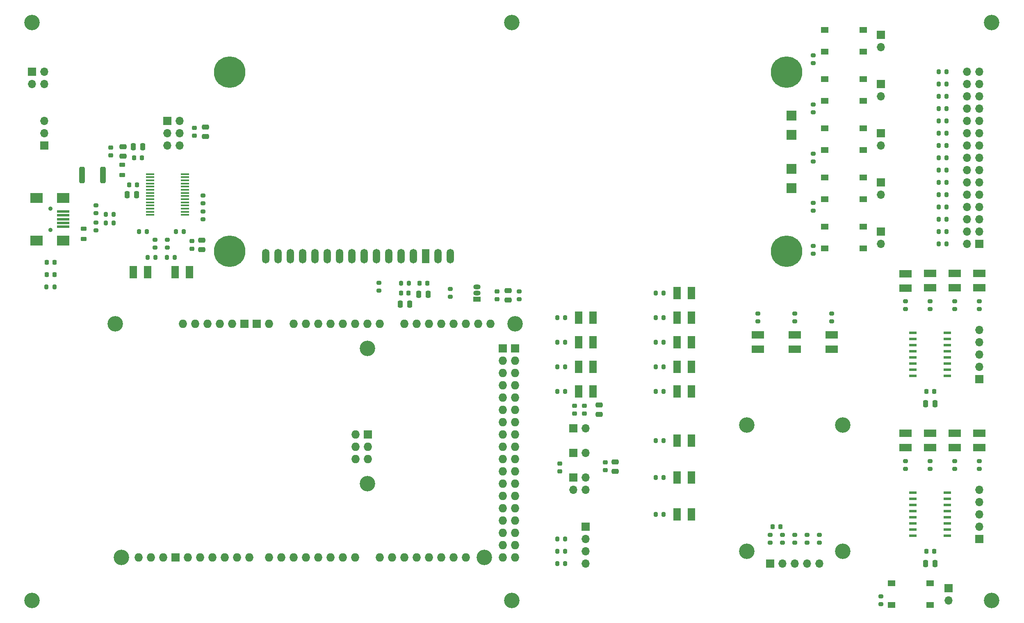
<source format=gbr>
%TF.GenerationSoftware,KiCad,Pcbnew,(6.0.10)*%
%TF.CreationDate,2023-01-25T18:59:45+01:00*%
%TF.ProjectId,MagicGame,4d616769-6347-4616-9d65-2e6b69636164,1.0*%
%TF.SameCoordinates,Original*%
%TF.FileFunction,Soldermask,Top*%
%TF.FilePolarity,Negative*%
%FSLAX46Y46*%
G04 Gerber Fmt 4.6, Leading zero omitted, Abs format (unit mm)*
G04 Created by KiCad (PCBNEW (6.0.10)) date 2023-01-25 18:59:45*
%MOMM*%
%LPD*%
G01*
G04 APERTURE LIST*
G04 Aperture macros list*
%AMRoundRect*
0 Rectangle with rounded corners*
0 $1 Rounding radius*
0 $2 $3 $4 $5 $6 $7 $8 $9 X,Y pos of 4 corners*
0 Add a 4 corners polygon primitive as box body*
4,1,4,$2,$3,$4,$5,$6,$7,$8,$9,$2,$3,0*
0 Add four circle primitives for the rounded corners*
1,1,$1+$1,$2,$3*
1,1,$1+$1,$4,$5*
1,1,$1+$1,$6,$7*
1,1,$1+$1,$8,$9*
0 Add four rect primitives between the rounded corners*
20,1,$1+$1,$2,$3,$4,$5,0*
20,1,$1+$1,$4,$5,$6,$7,0*
20,1,$1+$1,$6,$7,$8,$9,0*
20,1,$1+$1,$8,$9,$2,$3,0*%
G04 Aperture macros list end*
%ADD10R,2.600000X1.500000*%
%ADD11RoundRect,0.225000X0.250000X-0.225000X0.250000X0.225000X-0.250000X0.225000X-0.250000X-0.225000X0*%
%ADD12R,1.700000X1.700000*%
%ADD13O,1.700000X1.700000*%
%ADD14R,1.500000X2.600000*%
%ADD15RoundRect,0.250000X-0.312500X-1.450000X0.312500X-1.450000X0.312500X1.450000X-0.312500X1.450000X0*%
%ADD16C,3.200000*%
%ADD17RoundRect,0.200000X-0.200000X-0.275000X0.200000X-0.275000X0.200000X0.275000X-0.200000X0.275000X0*%
%ADD18RoundRect,0.200000X-0.275000X0.200000X-0.275000X-0.200000X0.275000X-0.200000X0.275000X0.200000X0*%
%ADD19RoundRect,0.250000X0.475000X-0.250000X0.475000X0.250000X-0.475000X0.250000X-0.475000X-0.250000X0*%
%ADD20R,1.550000X1.300000*%
%ADD21RoundRect,0.200000X0.275000X-0.200000X0.275000X0.200000X-0.275000X0.200000X-0.275000X-0.200000X0*%
%ADD22RoundRect,0.200000X0.200000X0.275000X-0.200000X0.275000X-0.200000X-0.275000X0.200000X-0.275000X0*%
%ADD23RoundRect,0.225000X0.225000X0.250000X-0.225000X0.250000X-0.225000X-0.250000X0.225000X-0.250000X0*%
%ADD24R,1.500000X1.050000*%
%ADD25O,1.500000X1.050000*%
%ADD26C,0.900000*%
%ADD27R,2.500000X0.500000*%
%ADD28R,2.500000X2.000000*%
%ADD29RoundRect,0.225000X-0.250000X0.225000X-0.250000X-0.225000X0.250000X-0.225000X0.250000X0.225000X0*%
%ADD30RoundRect,0.250000X-0.475000X0.250000X-0.475000X-0.250000X0.475000X-0.250000X0.475000X0.250000X0*%
%ADD31RoundRect,0.218750X-0.381250X0.218750X-0.381250X-0.218750X0.381250X-0.218750X0.381250X0.218750X0*%
%ADD32RoundRect,0.250000X-0.250000X-0.475000X0.250000X-0.475000X0.250000X0.475000X-0.250000X0.475000X0*%
%ADD33R,1.750000X0.450000*%
%ADD34RoundRect,0.225000X-0.225000X-0.250000X0.225000X-0.250000X0.225000X0.250000X-0.225000X0.250000X0*%
%ADD35R,1.500000X0.600000*%
%ADD36RoundRect,0.218750X0.381250X-0.218750X0.381250X0.218750X-0.381250X0.218750X-0.381250X-0.218750X0*%
%ADD37RoundRect,0.250000X0.250000X0.475000X-0.250000X0.475000X-0.250000X-0.475000X0.250000X-0.475000X0*%
%ADD38C,6.500000*%
%ADD39R,1.500000X3.000000*%
%ADD40O,1.500000X3.000000*%
%ADD41R,2.000000X2.000000*%
%ADD42O,1.727200X1.727200*%
%ADD43R,1.727200X1.727200*%
G04 APERTURE END LIST*
D10*
%TO.C,D8*%
X238760000Y-118340000D03*
X238760000Y-115340000D03*
%TD*%
D11*
%TO.C,C4*%
X86360000Y-77229000D03*
X86360000Y-75679000D03*
%TD*%
D12*
%TO.C,J2*%
X167640000Y-134620000D03*
D13*
X167640000Y-137160000D03*
X167640000Y-139700000D03*
X167640000Y-142240000D03*
%TD*%
D14*
%TO.C,D21*%
X186460000Y-86360000D03*
X189460000Y-86360000D03*
%TD*%
D10*
%TO.C,D7*%
X233680000Y-118340000D03*
X233680000Y-115340000D03*
%TD*%
D15*
%TO.C,F1*%
X63648500Y-61976000D03*
X67923500Y-61976000D03*
%TD*%
D16*
%TO.C,JOY_H2*%
X220715000Y-139700000D03*
%TD*%
D12*
%TO.C,J9*%
X242570000Y-147320000D03*
D13*
X242570000Y-149860000D03*
%TD*%
D17*
%TO.C,R36*%
X182055000Y-124460000D03*
X183705000Y-124460000D03*
%TD*%
D18*
%TO.C,R34*%
X218440000Y-90615000D03*
X218440000Y-92265000D03*
%TD*%
D10*
%TO.C,D5*%
X243840000Y-85320000D03*
X243840000Y-82320000D03*
%TD*%
D19*
%TO.C,C3*%
X88392000Y-77404000D03*
X88392000Y-75504000D03*
%TD*%
D12*
%TO.C,J11*%
X228600000Y-53340000D03*
D13*
X228600000Y-55880000D03*
%TD*%
D20*
%TO.C,SW6*%
X224955000Y-72680000D03*
X217005000Y-72680000D03*
X217005000Y-77180000D03*
X224955000Y-77180000D03*
%TD*%
D21*
%TO.C,R4*%
X88646000Y-67881000D03*
X88646000Y-66231000D03*
%TD*%
%TO.C,R21*%
X248920000Y-89725000D03*
X248920000Y-88075000D03*
%TD*%
D12*
%TO.C,J12*%
X228600000Y-63500000D03*
D13*
X228600000Y-66040000D03*
%TD*%
D14*
%TO.C,D25*%
X186460000Y-106680000D03*
X189460000Y-106680000D03*
%TD*%
D19*
%TO.C,C24*%
X151638000Y-87818000D03*
X151638000Y-85918000D03*
%TD*%
D21*
%TO.C,R18*%
X233680000Y-89725000D03*
X233680000Y-88075000D03*
%TD*%
D22*
%TO.C,R51*%
X242125000Y-55880000D03*
X240475000Y-55880000D03*
%TD*%
D23*
%TO.C,C20*%
X134887000Y-84328000D03*
X133337000Y-84328000D03*
%TD*%
D19*
%TO.C,C13*%
X89154000Y-54036000D03*
X89154000Y-52136000D03*
%TD*%
D10*
%TO.C,D17*%
X218440000Y-95020000D03*
X218440000Y-98020000D03*
%TD*%
D24*
%TO.C,Q1*%
X145140000Y-87630000D03*
D25*
X145140000Y-86360000D03*
X145140000Y-85090000D03*
%TD*%
D17*
%TO.C,R42*%
X182055000Y-106680000D03*
X183705000Y-106680000D03*
%TD*%
D16*
%TO.C,H1*%
X53340000Y-149860000D03*
%TD*%
D22*
%TO.C,R53*%
X242125000Y-50800000D03*
X240475000Y-50800000D03*
%TD*%
%TO.C,R43*%
X242125000Y-76200000D03*
X240475000Y-76200000D03*
%TD*%
D16*
%TO.C,H4*%
X251460000Y-30480000D03*
%TD*%
D17*
%TO.C,R40*%
X182055000Y-96520000D03*
X183705000Y-96520000D03*
%TD*%
D22*
%TO.C,R48*%
X242125000Y-63500000D03*
X240475000Y-63500000D03*
%TD*%
D12*
%TO.C,J8*%
X228600000Y-33020000D03*
D13*
X228600000Y-35560000D03*
%TD*%
D19*
%TO.C,C9*%
X173736000Y-123190000D03*
X173736000Y-121290000D03*
%TD*%
D22*
%TO.C,R66*%
X131127000Y-84328000D03*
X129477000Y-84328000D03*
%TD*%
D16*
%TO.C,JOY_H4*%
X200915000Y-113700000D03*
%TD*%
D14*
%TO.C,D24*%
X186460000Y-101600000D03*
X189460000Y-101600000D03*
%TD*%
D21*
%TO.C,R59*%
X228600000Y-150685000D03*
X228600000Y-149035000D03*
%TD*%
D10*
%TO.C,D4*%
X238760000Y-85320000D03*
X238760000Y-82320000D03*
%TD*%
D26*
%TO.C,J1*%
X57159000Y-73320000D03*
X57159000Y-68920000D03*
D27*
X59759000Y-69520000D03*
X59759000Y-70320000D03*
X59759000Y-71120000D03*
X59759000Y-71920000D03*
X59759000Y-72720000D03*
D28*
X59759000Y-66720000D03*
X54259000Y-75520000D03*
X54259000Y-66720000D03*
X59759000Y-75520000D03*
%TD*%
D29*
%TO.C,C29*%
X165354000Y-109715000D03*
X165354000Y-111265000D03*
%TD*%
D14*
%TO.C,D18*%
X186460000Y-132080000D03*
X189460000Y-132080000D03*
%TD*%
D22*
%TO.C,R56*%
X242125000Y-43180000D03*
X240475000Y-43180000D03*
%TD*%
D14*
%TO.C,D12*%
X166140000Y-96520000D03*
X169140000Y-96520000D03*
%TD*%
D18*
%TO.C,R65*%
X139700000Y-85535000D03*
X139700000Y-87185000D03*
%TD*%
D30*
%TO.C,C26*%
X170434000Y-109540000D03*
X170434000Y-111440000D03*
%TD*%
D10*
%TO.C,D6*%
X248920000Y-85320000D03*
X248920000Y-82320000D03*
%TD*%
D16*
%TO.C,JOY_H3*%
X220715000Y-113700000D03*
%TD*%
D22*
%TO.C,R14*%
X163385000Y-137160000D03*
X161735000Y-137160000D03*
%TD*%
D12*
%TO.C,J13*%
X228600000Y-73660000D03*
D13*
X228600000Y-76200000D03*
%TD*%
D21*
%TO.C,R16*%
X210820000Y-137985000D03*
X210820000Y-136335000D03*
%TD*%
D31*
%TO.C,L1*%
X64008000Y-73105500D03*
X64008000Y-75230500D03*
%TD*%
D22*
%TO.C,R13*%
X163385000Y-139700000D03*
X161735000Y-139700000D03*
%TD*%
D21*
%TO.C,R19*%
X238760000Y-89725000D03*
X238760000Y-88075000D03*
%TD*%
D12*
%TO.C,J16*%
X165100000Y-114300000D03*
D13*
X167640000Y-114300000D03*
%TD*%
D32*
%TO.C,C25*%
X74234000Y-56134000D03*
X76134000Y-56134000D03*
%TD*%
D33*
%TO.C,U1*%
X77680000Y-61815000D03*
X77680000Y-62465000D03*
X77680000Y-63115000D03*
X77680000Y-63765000D03*
X77680000Y-64415000D03*
X77680000Y-65065000D03*
X77680000Y-65715000D03*
X77680000Y-66365000D03*
X77680000Y-67015000D03*
X77680000Y-67665000D03*
X77680000Y-68315000D03*
X77680000Y-68965000D03*
X77680000Y-69615000D03*
X77680000Y-70265000D03*
X84880000Y-70265000D03*
X84880000Y-69615000D03*
X84880000Y-68965000D03*
X84880000Y-68315000D03*
X84880000Y-67665000D03*
X84880000Y-67015000D03*
X84880000Y-66365000D03*
X84880000Y-65715000D03*
X84880000Y-65065000D03*
X84880000Y-64415000D03*
X84880000Y-63765000D03*
X84880000Y-63115000D03*
X84880000Y-62465000D03*
X84880000Y-61815000D03*
%TD*%
D21*
%TO.C,RV1*%
X66548000Y-69913000D03*
X66548000Y-68263000D03*
%TD*%
D22*
%TO.C,R50*%
X242125000Y-58420000D03*
X240475000Y-58420000D03*
%TD*%
D14*
%TO.C,D19*%
X186460000Y-124460000D03*
X189460000Y-124460000D03*
%TD*%
D18*
%TO.C,R8*%
X78740000Y-75375000D03*
X78740000Y-77025000D03*
%TD*%
D32*
%TO.C,C15*%
X237810000Y-109220000D03*
X239710000Y-109220000D03*
%TD*%
D21*
%TO.C,R27*%
X205740000Y-137985000D03*
X205740000Y-136335000D03*
%TD*%
D34*
%TO.C,C8*%
X73393000Y-64008000D03*
X74943000Y-64008000D03*
%TD*%
D20*
%TO.C,SW3*%
X224955000Y-42200000D03*
X217005000Y-42200000D03*
X217005000Y-46700000D03*
X224955000Y-46700000D03*
%TD*%
D21*
%TO.C,R15*%
X213360000Y-137985000D03*
X213360000Y-136335000D03*
%TD*%
D30*
%TO.C,C5*%
X72136000Y-56200000D03*
X72136000Y-58100000D03*
%TD*%
D34*
%TO.C,C21*%
X129514000Y-86360000D03*
X131064000Y-86360000D03*
%TD*%
D35*
%TO.C,U2*%
X235210000Y-94615000D03*
X235210000Y-95885000D03*
X235210000Y-97155000D03*
X235210000Y-98425000D03*
X235210000Y-99695000D03*
X235210000Y-100965000D03*
X235210000Y-102235000D03*
X235210000Y-103505000D03*
X242310000Y-103505000D03*
X242310000Y-102235000D03*
X242310000Y-100965000D03*
X242310000Y-99695000D03*
X242310000Y-98425000D03*
X242310000Y-97155000D03*
X242310000Y-95885000D03*
X242310000Y-94615000D03*
%TD*%
D29*
%TO.C,C6*%
X69598000Y-56375000D03*
X69598000Y-57925000D03*
%TD*%
D32*
%TO.C,C23*%
X129352000Y-88646000D03*
X131252000Y-88646000D03*
%TD*%
D14*
%TO.C,D11*%
X166140000Y-91440000D03*
X169140000Y-91440000D03*
%TD*%
D18*
%TO.C,R9*%
X81280000Y-75375000D03*
X81280000Y-77025000D03*
%TD*%
D16*
%TO.C,H5*%
X152400000Y-30480000D03*
%TD*%
D10*
%TO.C,D3*%
X233680000Y-85395000D03*
X233680000Y-82395000D03*
%TD*%
D21*
%TO.C,R26*%
X208280000Y-137985000D03*
X208280000Y-136335000D03*
%TD*%
D17*
%TO.C,R1*%
X56310000Y-85090000D03*
X57960000Y-85090000D03*
%TD*%
D10*
%TO.C,D15*%
X203200000Y-95020000D03*
X203200000Y-98020000D03*
%TD*%
D17*
%TO.C,R38*%
X182055000Y-86360000D03*
X183705000Y-86360000D03*
%TD*%
D34*
%TO.C,C14*%
X237985000Y-106680000D03*
X239535000Y-106680000D03*
%TD*%
D17*
%TO.C,R39*%
X182055000Y-91440000D03*
X183705000Y-91440000D03*
%TD*%
D12*
%TO.C,J14*%
X165100000Y-124460000D03*
D13*
X167640000Y-124460000D03*
X165100000Y-127000000D03*
X167640000Y-127000000D03*
%TD*%
D17*
%TO.C,R31*%
X161735000Y-106680000D03*
X163385000Y-106680000D03*
%TD*%
D21*
%TO.C,R25*%
X248920000Y-122745000D03*
X248920000Y-121095000D03*
%TD*%
%TO.C,R23*%
X238760000Y-122745000D03*
X238760000Y-121095000D03*
%TD*%
D34*
%TO.C,C16*%
X237985000Y-139700000D03*
X239535000Y-139700000D03*
%TD*%
D22*
%TO.C,R10*%
X78803000Y-78994000D03*
X77153000Y-78994000D03*
%TD*%
D16*
%TO.C,H2*%
X152400000Y-149860000D03*
%TD*%
D14*
%TO.C,D2*%
X82828000Y-82042000D03*
X85828000Y-82042000D03*
%TD*%
D18*
%TO.C,R63*%
X214630000Y-76645000D03*
X214630000Y-78295000D03*
%TD*%
D16*
%TO.C,JOY_H1*%
X200915000Y-139700000D03*
%TD*%
D10*
%TO.C,D9*%
X243840000Y-118340000D03*
X243840000Y-115340000D03*
%TD*%
D18*
%TO.C,R33*%
X210820000Y-90615000D03*
X210820000Y-92265000D03*
%TD*%
D10*
%TO.C,D16*%
X210820000Y-95020000D03*
X210820000Y-98020000D03*
%TD*%
D12*
%TO.C,J7*%
X248920000Y-76200000D03*
D13*
X246380000Y-76200000D03*
X248920000Y-73660000D03*
X246380000Y-73660000D03*
X248920000Y-71120000D03*
X246380000Y-71120000D03*
X248920000Y-68580000D03*
X246380000Y-68580000D03*
X248920000Y-66040000D03*
X246380000Y-66040000D03*
X248920000Y-63500000D03*
X246380000Y-63500000D03*
X248920000Y-60960000D03*
X246380000Y-60960000D03*
X248920000Y-58420000D03*
X246380000Y-58420000D03*
X248920000Y-55880000D03*
X246380000Y-55880000D03*
X248920000Y-53340000D03*
X246380000Y-53340000D03*
X248920000Y-50800000D03*
X246380000Y-50800000D03*
X248920000Y-48260000D03*
X246380000Y-48260000D03*
X248920000Y-45720000D03*
X246380000Y-45720000D03*
X248920000Y-43180000D03*
X246380000Y-43180000D03*
X248920000Y-40640000D03*
X246380000Y-40640000D03*
%TD*%
D14*
%TO.C,D23*%
X186460000Y-96520000D03*
X189460000Y-96520000D03*
%TD*%
D34*
%TO.C,C27*%
X74409000Y-58420000D03*
X75959000Y-58420000D03*
%TD*%
%TO.C,C2*%
X56375000Y-82550000D03*
X57925000Y-82550000D03*
%TD*%
D18*
%TO.C,R60*%
X214630000Y-47435000D03*
X214630000Y-49085000D03*
%TD*%
D14*
%TO.C,D20*%
X186460000Y-116840000D03*
X189460000Y-116840000D03*
%TD*%
D17*
%TO.C,R29*%
X161735000Y-96520000D03*
X163385000Y-96520000D03*
%TD*%
D21*
%TO.C,R22*%
X233680000Y-122745000D03*
X233680000Y-121095000D03*
%TD*%
D22*
%TO.C,R49*%
X242125000Y-60960000D03*
X240475000Y-60960000D03*
%TD*%
D20*
%TO.C,SW1*%
X224955000Y-32040000D03*
X217005000Y-32040000D03*
X224955000Y-36540000D03*
X217005000Y-36540000D03*
%TD*%
D32*
%TO.C,C17*%
X237810000Y-142240000D03*
X239710000Y-142240000D03*
%TD*%
D11*
%TO.C,C12*%
X86868000Y-53848000D03*
X86868000Y-52298000D03*
%TD*%
D10*
%TO.C,D10*%
X248920000Y-118340000D03*
X248920000Y-115340000D03*
%TD*%
D17*
%TO.C,R2*%
X68517000Y-71882000D03*
X70167000Y-71882000D03*
%TD*%
D21*
%TO.C,R24*%
X243840000Y-122745000D03*
X243840000Y-121095000D03*
%TD*%
D18*
%TO.C,R58*%
X214630000Y-37275000D03*
X214630000Y-38925000D03*
%TD*%
D22*
%TO.C,R57*%
X242125000Y-40640000D03*
X240475000Y-40640000D03*
%TD*%
D12*
%TO.C,J4*%
X248920000Y-104140000D03*
D13*
X248920000Y-101600000D03*
X248920000Y-99060000D03*
X248920000Y-96520000D03*
X248920000Y-93980000D03*
%TD*%
D36*
%TO.C,L2*%
X71934000Y-62022500D03*
X71934000Y-59897500D03*
%TD*%
D12*
%TO.C,J17*%
X165100000Y-119380000D03*
D13*
X167640000Y-119380000D03*
%TD*%
D14*
%TO.C,D22*%
X186460000Y-91440000D03*
X189460000Y-91440000D03*
%TD*%
D11*
%TO.C,C10*%
X171704000Y-122949000D03*
X171704000Y-121399000D03*
%TD*%
D22*
%TO.C,R47*%
X242125000Y-66040000D03*
X240475000Y-66040000D03*
%TD*%
%TO.C,R52*%
X242125000Y-53340000D03*
X240475000Y-53340000D03*
%TD*%
D17*
%TO.C,R37*%
X182055000Y-116840000D03*
X183705000Y-116840000D03*
%TD*%
D22*
%TO.C,R45*%
X242125000Y-71120000D03*
X240475000Y-71120000D03*
%TD*%
D12*
%TO.C,J3*%
X81280000Y-50800000D03*
D13*
X83820000Y-50800000D03*
X81280000Y-53340000D03*
X83820000Y-53340000D03*
X81280000Y-55880000D03*
X83820000Y-55880000D03*
%TD*%
D18*
%TO.C,R32*%
X203200000Y-90615000D03*
X203200000Y-92265000D03*
%TD*%
D14*
%TO.C,D1*%
X77192000Y-82042000D03*
X74192000Y-82042000D03*
%TD*%
D22*
%TO.C,R55*%
X242125000Y-45720000D03*
X240475000Y-45720000D03*
%TD*%
D18*
%TO.C,R67*%
X153924000Y-86043000D03*
X153924000Y-87693000D03*
%TD*%
%TO.C,R62*%
X214630000Y-67755000D03*
X214630000Y-69405000D03*
%TD*%
D17*
%TO.C,R11*%
X81154000Y-78994000D03*
X82804000Y-78994000D03*
%TD*%
D18*
%TO.C,R61*%
X214630000Y-57595000D03*
X214630000Y-59245000D03*
%TD*%
D12*
%TO.C,J15*%
X53340000Y-40640000D03*
D13*
X55880000Y-40640000D03*
X53340000Y-43180000D03*
X55880000Y-43180000D03*
%TD*%
D22*
%TO.C,R44*%
X242125000Y-73660000D03*
X240475000Y-73660000D03*
%TD*%
D21*
%TO.C,R20*%
X243840000Y-89725000D03*
X243840000Y-88075000D03*
%TD*%
D18*
%TO.C,RV2*%
X66548000Y-71819000D03*
X66548000Y-73469000D03*
%TD*%
D20*
%TO.C,SW5*%
X217005000Y-62520000D03*
X224955000Y-62520000D03*
X224955000Y-67020000D03*
X217005000Y-67020000D03*
%TD*%
D34*
%TO.C,C1*%
X56375000Y-80010000D03*
X57925000Y-80010000D03*
%TD*%
D11*
%TO.C,C11*%
X162306000Y-123203000D03*
X162306000Y-121653000D03*
%TD*%
D22*
%TO.C,R46*%
X242125000Y-68580000D03*
X240475000Y-68580000D03*
%TD*%
D17*
%TO.C,R41*%
X182055000Y-101600000D03*
X183705000Y-101600000D03*
%TD*%
%TO.C,R30*%
X161735000Y-101600000D03*
X163385000Y-101600000D03*
%TD*%
D35*
%TO.C,U3*%
X235210000Y-127635000D03*
X235210000Y-128905000D03*
X235210000Y-130175000D03*
X235210000Y-131445000D03*
X235210000Y-132715000D03*
X235210000Y-133985000D03*
X235210000Y-135255000D03*
X235210000Y-136525000D03*
X242310000Y-136525000D03*
X242310000Y-135255000D03*
X242310000Y-133985000D03*
X242310000Y-132715000D03*
X242310000Y-131445000D03*
X242310000Y-130175000D03*
X242310000Y-128905000D03*
X242310000Y-127635000D03*
%TD*%
D37*
%TO.C,C19*%
X135062000Y-86614000D03*
X133162000Y-86614000D03*
%TD*%
D14*
%TO.C,D14*%
X166140000Y-106680000D03*
X169140000Y-106680000D03*
%TD*%
D38*
%TO.C,U4*%
X209120000Y-40740000D03*
X94120000Y-40740000D03*
X209120000Y-77740000D03*
X94120000Y-77740000D03*
D39*
X134620000Y-78740000D03*
D40*
X132080000Y-78740000D03*
X129540000Y-78740000D03*
X127000000Y-78740000D03*
X124460000Y-78740000D03*
X121920000Y-78740000D03*
X119380000Y-78740000D03*
X116840000Y-78740000D03*
X114300000Y-78740000D03*
X111760000Y-78740000D03*
X109220000Y-78740000D03*
X106680000Y-78740000D03*
X104140000Y-78740000D03*
X101600000Y-78740000D03*
X137160000Y-78740000D03*
X139700000Y-78740000D03*
D41*
X210120000Y-64740000D03*
X210120000Y-53740000D03*
X210120000Y-60740000D03*
X210120000Y-49740000D03*
%TD*%
D22*
%TO.C,R12*%
X163385000Y-142240000D03*
X161735000Y-142240000D03*
%TD*%
D34*
%TO.C,C18*%
X206235000Y-134620000D03*
X207785000Y-134620000D03*
%TD*%
D32*
%TO.C,C7*%
X72964000Y-66040000D03*
X74864000Y-66040000D03*
%TD*%
D22*
%TO.C,R54*%
X242125000Y-48260000D03*
X240475000Y-48260000D03*
%TD*%
%TO.C,R6*%
X77025000Y-73660000D03*
X75375000Y-73660000D03*
%TD*%
D12*
%TO.C,JP1*%
X55880000Y-55880000D03*
D13*
X55880000Y-53340000D03*
X55880000Y-50800000D03*
%TD*%
D17*
%TO.C,R35*%
X182055000Y-132080000D03*
X183705000Y-132080000D03*
%TD*%
%TO.C,R28*%
X161735000Y-91440000D03*
X163385000Y-91440000D03*
%TD*%
D16*
%TO.C,H6*%
X53340000Y-30480000D03*
%TD*%
D14*
%TO.C,D13*%
X166140000Y-101600000D03*
X169140000Y-101600000D03*
%TD*%
D20*
%TO.C,SW4*%
X224955000Y-52360000D03*
X217005000Y-52360000D03*
X217005000Y-56860000D03*
X224955000Y-56860000D03*
%TD*%
%TO.C,SW2*%
X238695000Y-146340000D03*
X230745000Y-146340000D03*
X230745000Y-150840000D03*
X238695000Y-150840000D03*
%TD*%
D12*
%TO.C,J5*%
X248920000Y-137160000D03*
D13*
X248920000Y-134620000D03*
X248920000Y-132080000D03*
X248920000Y-129540000D03*
X248920000Y-127000000D03*
%TD*%
D11*
%TO.C,C22*%
X149352000Y-87643000D03*
X149352000Y-86093000D03*
%TD*%
D17*
%TO.C,R7*%
X82995000Y-73660000D03*
X84645000Y-73660000D03*
%TD*%
%TO.C,R3*%
X68517000Y-70104000D03*
X70167000Y-70104000D03*
%TD*%
D12*
%TO.C,J10*%
X228600000Y-43180000D03*
D13*
X228600000Y-45720000D03*
%TD*%
D21*
%TO.C,R5*%
X88646000Y-71183000D03*
X88646000Y-69533000D03*
%TD*%
D12*
%TO.C,J6*%
X205740000Y-142240000D03*
D13*
X208280000Y-142240000D03*
X210820000Y-142240000D03*
X213360000Y-142240000D03*
X215900000Y-142240000D03*
%TD*%
D29*
%TO.C,C28*%
X167386000Y-109715000D03*
X167386000Y-111265000D03*
%TD*%
D21*
%TO.C,R17*%
X215900000Y-137985000D03*
X215900000Y-136335000D03*
%TD*%
D16*
%TO.C,H3*%
X251460000Y-149860000D03*
%TD*%
D21*
%TO.C,R64*%
X124968000Y-85915000D03*
X124968000Y-84265000D03*
%TD*%
D16*
%TO.C,XA1*%
X71750000Y-140970000D03*
X70480000Y-92710000D03*
X122550000Y-97790000D03*
X153030000Y-92710000D03*
D42*
X84450000Y-92710000D03*
D16*
X146680000Y-140970000D03*
X122550000Y-125730000D03*
D42*
X92070000Y-92710000D03*
X94610000Y-92710000D03*
X122677000Y-120650000D03*
X150490000Y-140970000D03*
X153030000Y-140970000D03*
X107310000Y-92710000D03*
X109850000Y-92710000D03*
X112390000Y-92710000D03*
X114930000Y-92710000D03*
X117470000Y-92710000D03*
X120010000Y-92710000D03*
X122550000Y-92710000D03*
X125090000Y-92710000D03*
X130170000Y-92710000D03*
X132710000Y-92710000D03*
X135250000Y-92710000D03*
X137790000Y-92710000D03*
X140330000Y-92710000D03*
X142870000Y-92710000D03*
X145410000Y-92710000D03*
X147950000Y-92710000D03*
X80386000Y-140970000D03*
X120010000Y-140970000D03*
X117470000Y-140970000D03*
X114930000Y-140970000D03*
X112390000Y-140970000D03*
X109850000Y-140970000D03*
X107310000Y-140970000D03*
X104770000Y-140970000D03*
X102230000Y-140970000D03*
X98166000Y-140970000D03*
X95626000Y-140970000D03*
X93086000Y-140970000D03*
X90546000Y-140970000D03*
X88006000Y-140970000D03*
X85466000Y-140970000D03*
X125090000Y-140970000D03*
X127630000Y-140970000D03*
X130170000Y-140970000D03*
X132710000Y-140970000D03*
X135250000Y-140970000D03*
X137790000Y-140970000D03*
X140330000Y-140970000D03*
X142870000Y-140970000D03*
X150490000Y-138430000D03*
X153030000Y-138430000D03*
X150490000Y-135890000D03*
X153030000Y-135890000D03*
X150490000Y-133350000D03*
X153030000Y-133350000D03*
X150490000Y-130810000D03*
X153030000Y-130810000D03*
X150490000Y-128270000D03*
X153030000Y-128270000D03*
X150490000Y-125730000D03*
X153030000Y-125730000D03*
X150490000Y-123190000D03*
X153030000Y-123190000D03*
X150490000Y-120650000D03*
X153030000Y-120650000D03*
X150490000Y-118110000D03*
X153030000Y-118110000D03*
X150490000Y-115570000D03*
X153030000Y-115570000D03*
X150490000Y-113030000D03*
X153030000Y-113030000D03*
X150490000Y-110490000D03*
X153030000Y-110490000D03*
X150490000Y-107950000D03*
X153030000Y-107950000D03*
X150490000Y-105410000D03*
X153030000Y-105410000D03*
X150490000Y-102870000D03*
X153030000Y-102870000D03*
X150490000Y-100330000D03*
X153030000Y-100330000D03*
D43*
X82926000Y-140970000D03*
X97150000Y-92710000D03*
X99690000Y-92710000D03*
X122677000Y-115570000D03*
X150490000Y-97790000D03*
X153030000Y-97790000D03*
D42*
X86990000Y-92710000D03*
X120137000Y-120650000D03*
X122677000Y-118110000D03*
X89530000Y-92710000D03*
X120137000Y-115570000D03*
X120137000Y-118110000D03*
X75306000Y-140970000D03*
X77846000Y-140970000D03*
X102230000Y-92710000D03*
%TD*%
M02*

</source>
